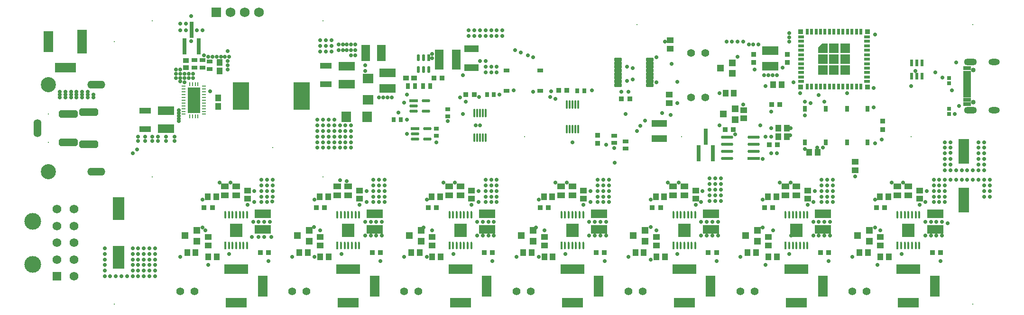
<source format=gts>
G04*
G04 #@! TF.GenerationSoftware,Altium Limited,Altium Designer,24.5.2 (23)*
G04*
G04 Layer_Color=8388736*
%FSLAX44Y44*%
%MOMM*%
G71*
G04*
G04 #@! TF.SameCoordinates,18AD1EF8-D4E3-4D70-9127-A8B2740D653E*
G04*
G04*
G04 #@! TF.FilePolarity,Negative*
G04*
G01*
G75*
%ADD21R,2.0500X1.1000*%
%ADD22R,1.0121X1.2000*%
G04:AMPARAMS|DCode=24|XSize=1.45mm|YSize=0.3mm|CornerRadius=0.0495mm|HoleSize=0mm|Usage=FLASHONLY|Rotation=90.000|XOffset=0mm|YOffset=0mm|HoleType=Round|Shape=RoundedRectangle|*
%AMROUNDEDRECTD24*
21,1,1.4500,0.2010,0,0,90.0*
21,1,1.3510,0.3000,0,0,90.0*
1,1,0.0990,0.1005,0.6755*
1,1,0.0990,0.1005,-0.6755*
1,1,0.0990,-0.1005,-0.6755*
1,1,0.0990,-0.1005,0.6755*
%
%ADD24ROUNDEDRECTD24*%
%ADD25R,0.8121X0.7581*%
%ADD27R,0.6500X3.0000*%
%ADD28R,0.9581X0.9121*%
G04:AMPARAMS|DCode=30|XSize=2.1692mm|YSize=0.5821mm|CornerRadius=0.2911mm|HoleSize=0mm|Usage=FLASHONLY|Rotation=180.000|XOffset=0mm|YOffset=0mm|HoleType=Round|Shape=RoundedRectangle|*
%AMROUNDEDRECTD30*
21,1,2.1692,0.0000,0,0,180.0*
21,1,1.5870,0.5821,0,0,180.0*
1,1,0.5821,-0.7935,0.0000*
1,1,0.5821,0.7935,0.0000*
1,1,0.5821,0.7935,0.0000*
1,1,0.5821,-0.7935,0.0000*
%
%ADD30ROUNDEDRECTD30*%
%ADD31R,2.1692X0.5821*%
%ADD32R,0.7581X0.8121*%
G04:AMPARAMS|DCode=33|XSize=1.5052mm|YSize=0.5721mm|CornerRadius=0.2861mm|HoleSize=0mm|Usage=FLASHONLY|Rotation=0.000|XOffset=0mm|YOffset=0mm|HoleType=Round|Shape=RoundedRectangle|*
%AMROUNDEDRECTD33*
21,1,1.5052,0.0000,0,0,0.0*
21,1,0.9331,0.5721,0,0,0.0*
1,1,0.5721,0.4666,0.0000*
1,1,0.5721,-0.4666,0.0000*
1,1,0.5721,-0.4666,0.0000*
1,1,0.5721,0.4666,0.0000*
%
%ADD33ROUNDEDRECTD33*%
%ADD34R,1.5052X0.5721*%
%ADD36R,1.9000X4.4000*%
%ADD38R,1.0065X0.9582*%
G04:AMPARAMS|DCode=40|XSize=1.2544mm|YSize=0.5321mm|CornerRadius=0.2661mm|HoleSize=0mm|Usage=FLASHONLY|Rotation=270.000|XOffset=0mm|YOffset=0mm|HoleType=Round|Shape=RoundedRectangle|*
%AMROUNDEDRECTD40*
21,1,1.2544,0.0000,0,0,270.0*
21,1,0.7223,0.5321,0,0,270.0*
1,1,0.5321,0.0000,-0.3611*
1,1,0.5321,0.0000,0.3611*
1,1,0.5321,0.0000,0.3611*
1,1,0.5321,0.0000,-0.3611*
%
%ADD40ROUNDEDRECTD40*%
%ADD41R,0.5321X1.2544*%
%ADD42R,1.5000X3.6000*%
%ADD43R,0.6000X1.2000*%
%ADD44R,2.9450X4.9500*%
G04:AMPARAMS|DCode=45|XSize=0.75mm|YSize=0.25mm|CornerRadius=0.05mm|HoleSize=0mm|Usage=FLASHONLY|Rotation=180.000|XOffset=0mm|YOffset=0mm|HoleType=Round|Shape=RoundedRectangle|*
%AMROUNDEDRECTD45*
21,1,0.7500,0.1500,0,0,180.0*
21,1,0.6500,0.2500,0,0,180.0*
1,1,0.1000,-0.3250,0.0750*
1,1,0.1000,0.3250,0.0750*
1,1,0.1000,0.3250,-0.0750*
1,1,0.1000,-0.3250,-0.0750*
%
%ADD45ROUNDEDRECTD45*%
G04:AMPARAMS|DCode=46|XSize=0.25mm|YSize=0.6mm|CornerRadius=0.05mm|HoleSize=0mm|Usage=FLASHONLY|Rotation=180.000|XOffset=0mm|YOffset=0mm|HoleType=Round|Shape=RoundedRectangle|*
%AMROUNDEDRECTD46*
21,1,0.2500,0.5000,0,0,180.0*
21,1,0.1500,0.6000,0,0,180.0*
1,1,0.1000,-0.0750,0.2500*
1,1,0.1000,0.0750,0.2500*
1,1,0.1000,0.0750,-0.2500*
1,1,0.1000,-0.0750,-0.2500*
%
%ADD46ROUNDEDRECTD46*%
%ADD47R,0.3408X1.3554*%
G04:AMPARAMS|DCode=48|XSize=1.3554mm|YSize=0.3408mm|CornerRadius=0.1704mm|HoleSize=0mm|Usage=FLASHONLY|Rotation=90.000|XOffset=0mm|YOffset=0mm|HoleType=Round|Shape=RoundedRectangle|*
%AMROUNDEDRECTD48*
21,1,1.3554,0.0000,0,0,90.0*
21,1,1.0147,0.3408,0,0,90.0*
1,1,0.3408,0.0000,0.5073*
1,1,0.3408,0.0000,-0.5073*
1,1,0.3408,0.0000,-0.5073*
1,1,0.3408,0.0000,0.5073*
%
%ADD48ROUNDEDRECTD48*%
%ADD50R,2.5000X1.2500*%
%ADD51R,1.0000X0.7000*%
%ADD52R,0.7000X1.0000*%
%ADD53R,0.9121X0.9581*%
%ADD60R,0.6725X0.7154*%
%ADD61R,2.0000X4.1000*%
%ADD69R,1.2032X1.0032*%
%ADD70R,3.0032X1.5532*%
%ADD71R,2.8032X1.2532*%
%ADD72R,1.0532X0.9032*%
%ADD73R,2.9032X1.5032*%
%ADD74R,0.8032X1.0032*%
G04:AMPARAMS|DCode=75|XSize=2.2mm|YSize=4.6mm|CornerRadius=0.055mm|HoleSize=0mm|Usage=FLASHONLY|Rotation=180.000|XOffset=0mm|YOffset=0mm|HoleType=Round|Shape=RoundedRectangle|*
%AMROUNDEDRECTD75*
21,1,2.2000,4.4900,0,0,180.0*
21,1,2.0900,4.6000,0,0,180.0*
1,1,0.1100,-1.0450,2.2450*
1,1,0.1100,1.0450,2.2450*
1,1,0.1100,1.0450,-2.2450*
1,1,0.1100,-1.0450,-2.2450*
%
%ADD75ROUNDEDRECTD75*%
%ADD76R,2.3100X2.4600*%
%ADD77R,1.0032X0.8032*%
%ADD78R,1.0032X1.2032*%
%ADD79R,1.4532X1.0032*%
%ADD80R,1.2700X1.1684*%
G04:AMPARAMS|DCode=81|XSize=0.6032mm|YSize=1.4032mm|CornerRadius=0.1516mm|HoleSize=0mm|Usage=FLASHONLY|Rotation=270.000|XOffset=0mm|YOffset=0mm|HoleType=Round|Shape=RoundedRectangle|*
%AMROUNDEDRECTD81*
21,1,0.6032,1.1000,0,0,270.0*
21,1,0.3000,1.4032,0,0,270.0*
1,1,0.3032,-0.5500,-0.1500*
1,1,0.3032,-0.5500,0.1500*
1,1,0.3032,0.5500,0.1500*
1,1,0.3032,0.5500,-0.1500*
%
%ADD81ROUNDEDRECTD81*%
%ADD82R,1.3432X0.8032*%
%ADD83R,1.3432X0.5032*%
%ADD84R,1.8796X1.7272*%
%ADD85R,1.7272X1.8796*%
%ADD86R,1.5032X2.9032*%
%ADD87R,1.0032X0.6032*%
%ADD88R,0.6032X1.0032*%
%ADD89R,1.6532X1.6532*%
%ADD90R,0.9032X0.9032*%
%ADD91C,3.0000*%
%ADD92C,1.5700*%
%ADD93R,1.5700X1.5700*%
%ADD94O,3.2032X1.4032*%
%ADD95C,0.2032*%
%ADD96O,1.4032X3.2032*%
G04:AMPARAMS|DCode=97|XSize=1.4032mm|YSize=3.4032mm|CornerRadius=0mm|HoleSize=0mm|Usage=FLASHONLY|Rotation=90.000|XOffset=0mm|YOffset=0mm|HoleType=Round|Shape=Octagon|*
%AMOCTAGOND97*
4,1,8,-1.7016,-0.3508,-1.7016,0.3508,-1.3508,0.7016,1.3508,0.7016,1.7016,0.3508,1.7016,-0.3508,1.3508,-0.7016,-1.3508,-0.7016,-1.7016,-0.3508,0.0*
%
%ADD97OCTAGOND97*%

%ADD98C,2.7032*%
%ADD99C,1.7272*%
%ADD100R,1.7272X1.7272*%
%ADD101C,1.4224*%
%ADD102R,4.2032X1.7032*%
%ADD103R,3.7032X1.7032*%
%ADD104R,1.7032X3.7032*%
%ADD105O,2.3032X1.2532*%
%ADD106O,2.0032X1.1032*%
%ADD107C,0.8532*%
%ADD108R,1.7032X4.2032*%
%ADD109C,0.7032*%
%ADD110C,0.5000*%
G36*
X1440500Y500000D02*
X1424000D01*
Y509900D01*
X1430600Y516500D01*
X1440500D01*
Y500000D01*
D02*
G37*
D21*
X545000Y477000D02*
D03*
Y444000D02*
D03*
X222500Y363500D02*
D03*
Y396500D02*
D03*
D22*
X352500Y404189D02*
D03*
Y419000D02*
D03*
X355000Y467595D02*
D03*
Y482405D02*
D03*
D24*
X975000Y407000D02*
D03*
X980000D02*
D03*
X985000D02*
D03*
X990000D02*
D03*
X995000D02*
D03*
Y363000D02*
D03*
X990000D02*
D03*
X985000D02*
D03*
X980000D02*
D03*
X975000D02*
D03*
X810000Y392000D02*
D03*
X815000D02*
D03*
X820000D02*
D03*
X825000D02*
D03*
X830000D02*
D03*
Y348000D02*
D03*
X825000D02*
D03*
X820000D02*
D03*
X815000D02*
D03*
X810000D02*
D03*
D25*
X762500Y398770D02*
D03*
Y386230D02*
D03*
X742500Y351230D02*
D03*
Y363770D02*
D03*
D27*
X1222700Y350000D02*
D03*
X1235400Y320000D02*
D03*
X1210000D02*
D03*
X305536Y541509D02*
D03*
X318236Y511509D02*
D03*
X292836D02*
D03*
D28*
X1351275Y335706D02*
D03*
X1336735D02*
D03*
X752270Y455000D02*
D03*
X737730D02*
D03*
X342270Y222500D02*
D03*
X327730D02*
D03*
X427730Y142500D02*
D03*
X442270D02*
D03*
X1072730Y417500D02*
D03*
X1087270D02*
D03*
X1257730Y362500D02*
D03*
X1272270D02*
D03*
X960230Y432500D02*
D03*
X974770D02*
D03*
X795000Y425000D02*
D03*
X809540D02*
D03*
X1527730Y222500D02*
D03*
X1542270D02*
D03*
X1327730D02*
D03*
X1342270D02*
D03*
X1127730D02*
D03*
X1142270D02*
D03*
X927730D02*
D03*
X942270D02*
D03*
X727730D02*
D03*
X742270D02*
D03*
X842270Y142500D02*
D03*
X827730D02*
D03*
X527730Y222500D02*
D03*
X542270D02*
D03*
X1642270Y142500D02*
D03*
X1627730D02*
D03*
X1442270D02*
D03*
X1427730D02*
D03*
X1242270D02*
D03*
X1227730D02*
D03*
X1042270D02*
D03*
X1027730D02*
D03*
X642270D02*
D03*
X627730D02*
D03*
X1340793Y407581D02*
D03*
X1355333D02*
D03*
D30*
X1261364Y310950D02*
D03*
Y323650D02*
D03*
Y336350D02*
D03*
Y349050D02*
D03*
X1308636D02*
D03*
Y336350D02*
D03*
Y323650D02*
D03*
D31*
Y310950D02*
D03*
D32*
X678770Y380000D02*
D03*
X666230D02*
D03*
X1006270Y431509D02*
D03*
X993730D02*
D03*
X845000Y425000D02*
D03*
X832460D02*
D03*
D33*
X726005Y364500D02*
D03*
Y345500D02*
D03*
X703995D02*
D03*
Y355000D02*
D03*
X723505Y414500D02*
D03*
Y395500D02*
D03*
X701495D02*
D03*
Y405000D02*
D03*
D34*
X703995Y364500D02*
D03*
X701495Y414500D02*
D03*
D36*
X1683885Y236500D02*
D03*
Y323500D02*
D03*
D38*
X702259Y455000D02*
D03*
X687741D02*
D03*
D40*
X728785Y469828D02*
D03*
X719285D02*
D03*
X709785D02*
D03*
Y490834D02*
D03*
X719285D02*
D03*
D41*
X728785D02*
D03*
D42*
X747250Y487500D02*
D03*
X777750D02*
D03*
D43*
X1590500Y458500D02*
D03*
X1600000D02*
D03*
X1609500D02*
D03*
Y481500D02*
D03*
X1600000D02*
D03*
X1590500D02*
D03*
D44*
X501575Y422500D02*
D03*
X393425D02*
D03*
D45*
X327500Y390000D02*
D03*
Y395000D02*
D03*
Y400000D02*
D03*
Y405000D02*
D03*
Y410000D02*
D03*
Y415000D02*
D03*
Y420000D02*
D03*
Y425000D02*
D03*
Y430000D02*
D03*
Y435000D02*
D03*
Y440000D02*
D03*
X291000D02*
D03*
Y435000D02*
D03*
Y430000D02*
D03*
Y425000D02*
D03*
Y420000D02*
D03*
Y415000D02*
D03*
Y410000D02*
D03*
Y405000D02*
D03*
Y400000D02*
D03*
Y395000D02*
D03*
Y390000D02*
D03*
D46*
X316750Y444000D02*
D03*
X311750D02*
D03*
X306750D02*
D03*
X301750D02*
D03*
Y386000D02*
D03*
X306750D02*
D03*
X311750D02*
D03*
X316750D02*
D03*
D47*
X1565500Y154746D02*
D03*
X365500D02*
D03*
X1365500D02*
D03*
X1165500D02*
D03*
X965500D02*
D03*
X765500D02*
D03*
X565500D02*
D03*
D48*
X1572000D02*
D03*
X1578500D02*
D03*
X1585000D02*
D03*
X1591500D02*
D03*
X1598000D02*
D03*
X1604500D02*
D03*
Y210254D02*
D03*
X1598000D02*
D03*
X1591500D02*
D03*
X1585000D02*
D03*
X1578500D02*
D03*
X1572000D02*
D03*
X1565500D02*
D03*
X372000Y154746D02*
D03*
X378500D02*
D03*
X385000D02*
D03*
X391500D02*
D03*
X398000D02*
D03*
X404500D02*
D03*
Y210254D02*
D03*
X398000D02*
D03*
X391500D02*
D03*
X385000D02*
D03*
X378500D02*
D03*
X372000D02*
D03*
X365500D02*
D03*
X1365500D02*
D03*
X1372000D02*
D03*
X1378500D02*
D03*
X1385000D02*
D03*
X1391500D02*
D03*
X1398000D02*
D03*
X1404500D02*
D03*
Y154746D02*
D03*
X1398000D02*
D03*
X1391500D02*
D03*
X1385000D02*
D03*
X1378500D02*
D03*
X1372000D02*
D03*
X1165500Y210254D02*
D03*
X1172000D02*
D03*
X1178500D02*
D03*
X1185000D02*
D03*
X1191500D02*
D03*
X1198000D02*
D03*
X1204500D02*
D03*
Y154746D02*
D03*
X1198000D02*
D03*
X1191500D02*
D03*
X1185000D02*
D03*
X1178500D02*
D03*
X1172000D02*
D03*
X965500Y210254D02*
D03*
X972000D02*
D03*
X978500D02*
D03*
X985000D02*
D03*
X991500D02*
D03*
X998000D02*
D03*
X1004500D02*
D03*
Y154746D02*
D03*
X998000D02*
D03*
X991500D02*
D03*
X985000D02*
D03*
X978500D02*
D03*
X972000D02*
D03*
X765500Y210254D02*
D03*
X772000D02*
D03*
X778500D02*
D03*
X785000D02*
D03*
X791500D02*
D03*
X798000D02*
D03*
X804500D02*
D03*
Y154746D02*
D03*
X798000D02*
D03*
X791500D02*
D03*
X785000D02*
D03*
X778500D02*
D03*
X772000D02*
D03*
X565500Y210254D02*
D03*
X572000D02*
D03*
X578500D02*
D03*
X585000D02*
D03*
X591500D02*
D03*
X598000D02*
D03*
X604500D02*
D03*
Y154746D02*
D03*
X598000D02*
D03*
X591500D02*
D03*
X585000D02*
D03*
X578500D02*
D03*
X572000D02*
D03*
D50*
X805000Y473000D02*
D03*
Y507000D02*
D03*
D51*
X867500Y468500D02*
D03*
X927500D02*
D03*
X867500Y431500D02*
D03*
X927500D02*
D03*
D52*
X1512000Y400000D02*
D03*
Y340000D02*
D03*
X1475000Y400000D02*
D03*
Y340000D02*
D03*
X1437000Y400000D02*
D03*
Y340000D02*
D03*
X1400000Y400000D02*
D03*
Y340000D02*
D03*
D53*
X1538500Y377270D02*
D03*
Y362730D02*
D03*
X1368500Y497270D02*
D03*
Y482730D02*
D03*
X1308500Y497270D02*
D03*
Y482730D02*
D03*
X1030000Y337730D02*
D03*
Y352270D02*
D03*
D60*
X1657500Y445429D02*
D03*
Y455000D02*
D03*
Y400000D02*
D03*
Y390429D02*
D03*
D61*
X175000Y134000D02*
D03*
Y221000D02*
D03*
D69*
X1290793Y397581D02*
D03*
Y382581D02*
D03*
X405000Y253500D02*
D03*
Y238500D02*
D03*
X335000Y155000D02*
D03*
Y170000D02*
D03*
X1605000Y238500D02*
D03*
Y253500D02*
D03*
X1405000Y238500D02*
D03*
Y253500D02*
D03*
X1205000Y238500D02*
D03*
Y253500D02*
D03*
X1005000Y238500D02*
D03*
Y253500D02*
D03*
X805000Y238500D02*
D03*
Y253500D02*
D03*
X605000Y238500D02*
D03*
Y253500D02*
D03*
X1535000Y170000D02*
D03*
Y155000D02*
D03*
X1335000Y170000D02*
D03*
Y155000D02*
D03*
X1135000Y170000D02*
D03*
Y155000D02*
D03*
X935000Y170000D02*
D03*
Y155000D02*
D03*
X735000Y170000D02*
D03*
Y155000D02*
D03*
X535000Y170000D02*
D03*
Y155000D02*
D03*
X1490000Y290000D02*
D03*
Y305000D02*
D03*
X1157500Y410000D02*
D03*
Y425000D02*
D03*
X1160000Y507500D02*
D03*
Y522500D02*
D03*
D70*
X260000Y396000D02*
D03*
Y364000D02*
D03*
X582500Y476000D02*
D03*
Y444000D02*
D03*
D71*
X1140000Y346750D02*
D03*
Y373250D02*
D03*
D72*
X295000Y486250D02*
D03*
Y473750D02*
D03*
D73*
X655000Y436000D02*
D03*
Y464000D02*
D03*
X1338500Y476000D02*
D03*
Y504000D02*
D03*
X432500Y183500D02*
D03*
Y211500D02*
D03*
X1632500D02*
D03*
Y183500D02*
D03*
X1432500Y211500D02*
D03*
Y183500D02*
D03*
X1232500Y211500D02*
D03*
Y183500D02*
D03*
X1032500Y211500D02*
D03*
Y183500D02*
D03*
X832500Y211500D02*
D03*
Y183500D02*
D03*
X632500Y211500D02*
D03*
Y183500D02*
D03*
D74*
X718500Y440000D02*
D03*
X731500D02*
D03*
X691000D02*
D03*
X704000D02*
D03*
D75*
X309250Y415000D02*
D03*
D76*
X1585000Y182500D02*
D03*
X385000D02*
D03*
X1385000D02*
D03*
X1185000D02*
D03*
X985000D02*
D03*
X785000D02*
D03*
X585000D02*
D03*
D77*
X337500Y471000D02*
D03*
Y484000D02*
D03*
X310000Y486500D02*
D03*
Y473500D02*
D03*
X1060000Y351500D02*
D03*
Y338500D02*
D03*
X325000Y473500D02*
D03*
Y486500D02*
D03*
X1080000Y341500D02*
D03*
Y328500D02*
D03*
D78*
X1358293Y442580D02*
D03*
X1343293D02*
D03*
X1423098Y321535D02*
D03*
X1408098D02*
D03*
X312500Y142500D02*
D03*
X297500D02*
D03*
X349000Y242500D02*
D03*
X334000D02*
D03*
X335000Y135000D02*
D03*
X350000D02*
D03*
X1534000Y242500D02*
D03*
X1549000D02*
D03*
X1334000D02*
D03*
X1349000D02*
D03*
X1134000D02*
D03*
X1149000D02*
D03*
X934000D02*
D03*
X949000D02*
D03*
X734000D02*
D03*
X749000D02*
D03*
X534000D02*
D03*
X549000D02*
D03*
X1550000Y135000D02*
D03*
X1535000D02*
D03*
X1350000D02*
D03*
X1335000D02*
D03*
X1150000D02*
D03*
X1135000D02*
D03*
X950000D02*
D03*
X935000D02*
D03*
X750000D02*
D03*
X735000D02*
D03*
X550000D02*
D03*
X535000D02*
D03*
X1352500Y365000D02*
D03*
X1367500D02*
D03*
X1352500Y350000D02*
D03*
X1367500D02*
D03*
X1497500Y142500D02*
D03*
X1512500D02*
D03*
X1297500D02*
D03*
X1312500D02*
D03*
X1097500D02*
D03*
X1112500D02*
D03*
X897500D02*
D03*
X912500D02*
D03*
X697500D02*
D03*
X712500D02*
D03*
X497500D02*
D03*
X512500D02*
D03*
X1273293Y427581D02*
D03*
X1258293D02*
D03*
D79*
X365000Y244500D02*
D03*
Y260500D02*
D03*
X385000Y244500D02*
D03*
Y260500D02*
D03*
X1585000D02*
D03*
Y244500D02*
D03*
X1565000Y260500D02*
D03*
Y244500D02*
D03*
X1385000Y260500D02*
D03*
Y244500D02*
D03*
X1365000Y260500D02*
D03*
Y244500D02*
D03*
X1185000Y260500D02*
D03*
Y244500D02*
D03*
X1165000Y260500D02*
D03*
Y244500D02*
D03*
X985000Y260500D02*
D03*
Y244500D02*
D03*
X965000Y260500D02*
D03*
Y244500D02*
D03*
X785000Y260500D02*
D03*
Y244500D02*
D03*
X765000Y260500D02*
D03*
Y244500D02*
D03*
X585000Y260500D02*
D03*
Y244500D02*
D03*
X565000Y260500D02*
D03*
Y244500D02*
D03*
D80*
X293824Y172500D02*
D03*
X315000Y182152D02*
D03*
Y163000D02*
D03*
X1515000D02*
D03*
Y182152D02*
D03*
X1493824Y172500D02*
D03*
X1315000Y163000D02*
D03*
Y182152D02*
D03*
X1293824Y172500D02*
D03*
X1115000Y163000D02*
D03*
Y182152D02*
D03*
X1093824Y172500D02*
D03*
X915000Y163000D02*
D03*
Y182152D02*
D03*
X893824Y172500D02*
D03*
X715000Y163000D02*
D03*
Y182152D02*
D03*
X693824Y172500D02*
D03*
X515000Y163000D02*
D03*
Y182152D02*
D03*
X493824Y172500D02*
D03*
X1275793Y380580D02*
D03*
Y399733D02*
D03*
X1254617Y390081D02*
D03*
X1270793Y463081D02*
D03*
Y482233D02*
D03*
X1249617Y472581D02*
D03*
D81*
X1066500Y487750D02*
D03*
Y481250D02*
D03*
Y474750D02*
D03*
Y468250D02*
D03*
Y461750D02*
D03*
Y455250D02*
D03*
Y448750D02*
D03*
Y442250D02*
D03*
X1123500Y487750D02*
D03*
Y481250D02*
D03*
Y474750D02*
D03*
Y468250D02*
D03*
Y461750D02*
D03*
Y455250D02*
D03*
Y448750D02*
D03*
Y442250D02*
D03*
D82*
X1690000Y408214D02*
D03*
Y416214D02*
D03*
Y464214D02*
D03*
Y472214D02*
D03*
D83*
Y422714D02*
D03*
Y427714D02*
D03*
Y432714D02*
D03*
Y437714D02*
D03*
Y442714D02*
D03*
Y447714D02*
D03*
Y452714D02*
D03*
Y457714D02*
D03*
D84*
X620000Y416204D02*
D03*
Y453796D02*
D03*
D85*
X618796Y385000D02*
D03*
X581204D02*
D03*
D86*
X644000Y500000D02*
D03*
X616000D02*
D03*
D87*
X1393000Y528500D02*
D03*
Y520500D02*
D03*
Y512500D02*
D03*
Y504500D02*
D03*
Y496500D02*
D03*
Y488500D02*
D03*
Y480500D02*
D03*
Y472500D02*
D03*
Y464500D02*
D03*
Y456500D02*
D03*
Y448500D02*
D03*
X1511000D02*
D03*
Y456500D02*
D03*
Y464500D02*
D03*
Y472500D02*
D03*
Y480500D02*
D03*
Y488500D02*
D03*
Y496500D02*
D03*
Y504500D02*
D03*
Y512500D02*
D03*
Y520500D02*
D03*
Y528500D02*
D03*
D88*
X1404000Y439500D02*
D03*
X1412000D02*
D03*
X1420000D02*
D03*
X1428000D02*
D03*
X1436000D02*
D03*
X1444000D02*
D03*
X1452000D02*
D03*
X1460000D02*
D03*
X1468000D02*
D03*
X1476000D02*
D03*
X1484000D02*
D03*
X1492000D02*
D03*
X1500000D02*
D03*
Y537500D02*
D03*
X1492000D02*
D03*
X1484000D02*
D03*
X1476000D02*
D03*
X1468000D02*
D03*
X1460000D02*
D03*
X1452000D02*
D03*
X1444000D02*
D03*
X1436000D02*
D03*
X1428000D02*
D03*
X1420000D02*
D03*
X1412000D02*
D03*
X1404000D02*
D03*
D89*
X1452000Y488500D02*
D03*
X1471750Y508250D02*
D03*
X1452000D02*
D03*
X1432250Y488500D02*
D03*
Y468750D02*
D03*
X1452000D02*
D03*
X1471750D02*
D03*
Y488500D02*
D03*
D90*
X1392500Y538000D02*
D03*
Y439000D02*
D03*
X1511500D02*
D03*
Y538000D02*
D03*
D91*
X21800Y121500D02*
D03*
Y198500D02*
D03*
D92*
X95000Y220000D02*
D03*
Y190000D02*
D03*
Y160000D02*
D03*
Y130000D02*
D03*
Y100000D02*
D03*
X65000Y220000D02*
D03*
Y190000D02*
D03*
Y160000D02*
D03*
Y130000D02*
D03*
D93*
Y100000D02*
D03*
D94*
X135000Y443000D02*
D03*
Y287000D02*
D03*
D95*
X50000Y390000D02*
D03*
Y340000D02*
D03*
X235200Y277500D02*
D03*
X540000D02*
D03*
Y556900D02*
D03*
X235200D02*
D03*
X1100000Y550000D02*
D03*
X1700000D02*
D03*
X1590000Y350000D02*
D03*
X167500Y50000D02*
D03*
Y520000D02*
D03*
X450000Y330000D02*
D03*
X900000Y350000D02*
D03*
X1180000D02*
D03*
X1700000Y50000D02*
D03*
D96*
X30000Y365000D02*
D03*
D97*
X85000Y340000D02*
D03*
Y390000D02*
D03*
X121500Y336000D02*
D03*
Y394000D02*
D03*
D98*
X50000Y443000D02*
D03*
Y287000D02*
D03*
D99*
X425700Y572140D02*
D03*
X400300D02*
D03*
X374900D02*
D03*
D100*
X349500D02*
D03*
D101*
X285000Y72500D02*
D03*
X310400D02*
D03*
X1222400Y500000D02*
D03*
X1197000D02*
D03*
X510400Y72500D02*
D03*
X485000D02*
D03*
X1510400D02*
D03*
X1485000D02*
D03*
X1310400D02*
D03*
X1285000D02*
D03*
X1110400D02*
D03*
X1085000D02*
D03*
X910400D02*
D03*
X885000D02*
D03*
X710400D02*
D03*
X685000D02*
D03*
X1222400Y420000D02*
D03*
X1197000D02*
D03*
D102*
X385000Y112500D02*
D03*
X1585000D02*
D03*
X1385000D02*
D03*
X1185000D02*
D03*
X985000D02*
D03*
X785000D02*
D03*
X585000D02*
D03*
D103*
X385000Y52500D02*
D03*
X1585000D02*
D03*
X1385000D02*
D03*
X1185000D02*
D03*
X985000D02*
D03*
X785000D02*
D03*
X585000D02*
D03*
X80000Y473000D02*
D03*
D104*
X432000Y82500D02*
D03*
X1632000D02*
D03*
X1432000D02*
D03*
X1232000D02*
D03*
X1032000D02*
D03*
X832000D02*
D03*
X632000D02*
D03*
X50000Y520000D02*
D03*
D105*
X1695700Y397014D02*
D03*
Y483414D02*
D03*
D106*
X1737500Y397014D02*
D03*
Y483414D02*
D03*
D107*
X1700700Y469114D02*
D03*
Y411314D02*
D03*
D108*
X110000Y520000D02*
D03*
D109*
X850000Y465000D02*
D03*
X795000Y412500D02*
D03*
X570330Y272170D02*
D03*
X674670Y392830D02*
D03*
X662500Y420000D02*
D03*
X640000D02*
D03*
X647500D02*
D03*
X567500Y505000D02*
D03*
X575000D02*
D03*
X582500D02*
D03*
X567500Y515000D02*
D03*
X575000D02*
D03*
X582500D02*
D03*
X210000Y342500D02*
D03*
X222500D02*
D03*
X235000D02*
D03*
X275000D02*
D03*
X260000D02*
D03*
X245000D02*
D03*
X1380000Y446770D02*
D03*
X338515Y430908D02*
D03*
X1320730Y369798D02*
D03*
X1247500Y370000D02*
D03*
X1275433Y353869D02*
D03*
X1135144Y182356D02*
D03*
X1124484Y188016D02*
D03*
X1343270Y182500D02*
D03*
X955000Y417500D02*
D03*
X525000Y236730D02*
D03*
X1597500Y467500D02*
D03*
X1115000Y378270D02*
D03*
X719230Y187500D02*
D03*
X524119Y187651D02*
D03*
X535016Y182491D02*
D03*
X1082971Y449319D02*
D03*
X1290000Y407500D02*
D03*
X1330000Y350000D02*
D03*
X1475000Y427500D02*
D03*
X1523016Y436984D02*
D03*
X1360000Y473270D02*
D03*
X1373902Y352157D02*
D03*
X1424464Y424464D02*
D03*
X1400000Y412500D02*
D03*
X1340056Y395040D02*
D03*
X1410000Y410000D02*
D03*
X1392014Y428005D02*
D03*
X1172500Y410000D02*
D03*
X1145000Y392500D02*
D03*
X1080431Y390601D02*
D03*
X905488Y495734D02*
D03*
X892500Y500870D02*
D03*
X684631Y410310D02*
D03*
X945770Y420770D02*
D03*
X818831D02*
D03*
X855040Y425310D02*
D03*
X1135000Y491730D02*
D03*
X915000D02*
D03*
X282531Y382339D02*
D03*
X260000Y350000D02*
D03*
X275000D02*
D03*
X222500D02*
D03*
X210000D02*
D03*
X1160209Y388303D02*
D03*
X790000Y390000D02*
D03*
X1350000Y320000D02*
D03*
X1340000D02*
D03*
X742500Y340000D02*
D03*
X762500Y377500D02*
D03*
X690000Y355000D02*
D03*
X245000Y350000D02*
D03*
X235000D02*
D03*
X655000Y420000D02*
D03*
X615000Y467500D02*
D03*
X1655000Y195000D02*
D03*
X285222Y448779D02*
D03*
X1060310Y303051D02*
D03*
X282500Y392500D02*
D03*
X1342500Y459960D02*
D03*
X1350000D02*
D03*
X1310000Y470000D02*
D03*
X1317500Y515000D02*
D03*
X1307750Y515000D02*
D03*
X1300000Y515000D02*
D03*
X1720000Y242500D02*
D03*
Y252500D02*
D03*
Y262500D02*
D03*
X1730000Y242500D02*
D03*
Y252500D02*
D03*
Y262500D02*
D03*
Y272500D02*
D03*
X1720000D02*
D03*
X1710000D02*
D03*
X1700000D02*
D03*
X1690000D02*
D03*
X1680000D02*
D03*
X1670000D02*
D03*
X1660000D02*
D03*
X1720000Y340000D02*
D03*
Y330000D02*
D03*
Y320000D02*
D03*
Y310000D02*
D03*
Y300000D02*
D03*
Y290000D02*
D03*
X1650000D02*
D03*
Y300000D02*
D03*
Y310000D02*
D03*
Y320000D02*
D03*
Y330000D02*
D03*
Y340000D02*
D03*
X1630000Y272500D02*
D03*
X1555000Y267500D02*
D03*
X370000Y477500D02*
D03*
X1082500Y475000D02*
D03*
X1092500Y472500D02*
D03*
X1327500Y460000D02*
D03*
X1335000D02*
D03*
X590000Y370000D02*
D03*
Y360000D02*
D03*
Y350000D02*
D03*
Y340000D02*
D03*
Y330000D02*
D03*
X580000D02*
D03*
Y340000D02*
D03*
Y350000D02*
D03*
Y360000D02*
D03*
Y370000D02*
D03*
X735000Y497500D02*
D03*
X590000Y495000D02*
D03*
Y505000D02*
D03*
Y515000D02*
D03*
X615000Y477500D02*
D03*
X597500Y495000D02*
D03*
Y505000D02*
D03*
Y515000D02*
D03*
X545000Y502500D02*
D03*
Y512500D02*
D03*
X285000Y470000D02*
D03*
X277500D02*
D03*
Y455000D02*
D03*
Y462500D02*
D03*
X285000Y455000D02*
D03*
Y462500D02*
D03*
X292500D02*
D03*
X282500Y377500D02*
D03*
X282344Y387240D02*
D03*
X282500Y397500D02*
D03*
X130000Y420000D02*
D03*
Y425000D02*
D03*
X120000Y420000D02*
D03*
Y425000D02*
D03*
Y430000D02*
D03*
X110000Y420000D02*
D03*
Y425000D02*
D03*
Y430000D02*
D03*
X100000Y420000D02*
D03*
Y425000D02*
D03*
Y430000D02*
D03*
X90000Y420000D02*
D03*
Y425000D02*
D03*
Y430000D02*
D03*
X80000Y420000D02*
D03*
Y425000D02*
D03*
Y430000D02*
D03*
X70000Y420000D02*
D03*
Y425000D02*
D03*
Y430000D02*
D03*
X327500Y495000D02*
D03*
X370000Y502590D02*
D03*
X735000Y490000D02*
D03*
X545000Y522500D02*
D03*
X555000D02*
D03*
X535000D02*
D03*
Y502500D02*
D03*
Y512500D02*
D03*
X555000Y502500D02*
D03*
Y512500D02*
D03*
X304904Y565541D02*
D03*
Y520541D02*
D03*
X314904Y540541D02*
D03*
X294904D02*
D03*
X207662Y327175D02*
D03*
X200000Y320000D02*
D03*
X690000Y380000D02*
D03*
X784656Y420344D02*
D03*
X790000Y460120D02*
D03*
X840000Y475000D02*
D03*
X830000D02*
D03*
X840000Y465000D02*
D03*
X860000Y540000D02*
D03*
X850000D02*
D03*
X840000D02*
D03*
X830000D02*
D03*
X820000D02*
D03*
X810000D02*
D03*
X800000D02*
D03*
X850000Y475000D02*
D03*
X840000Y530000D02*
D03*
X830000D02*
D03*
X860000D02*
D03*
X850000D02*
D03*
X800000D02*
D03*
X810000D02*
D03*
X820000D02*
D03*
X830000Y465000D02*
D03*
X820000Y485000D02*
D03*
X690000Y425000D02*
D03*
X1662500Y432500D02*
D03*
X1645457Y455417D02*
D03*
X1667500Y390000D02*
D03*
X1632500Y465000D02*
D03*
X1590000Y440000D02*
D03*
X1670000Y482500D02*
D03*
X1710000Y340000D02*
D03*
Y330000D02*
D03*
Y320000D02*
D03*
Y310000D02*
D03*
Y300000D02*
D03*
Y290000D02*
D03*
X1700000D02*
D03*
X1690000D02*
D03*
X1680000D02*
D03*
X1670000D02*
D03*
X1660000D02*
D03*
Y300000D02*
D03*
Y310000D02*
D03*
X1660359Y320667D02*
D03*
X1660000Y340000D02*
D03*
X570000Y330000D02*
D03*
Y340000D02*
D03*
Y350000D02*
D03*
Y360000D02*
D03*
Y370000D02*
D03*
X560000Y330000D02*
D03*
Y340000D02*
D03*
Y350000D02*
D03*
Y360000D02*
D03*
Y370000D02*
D03*
Y380000D02*
D03*
X550000Y330000D02*
D03*
Y340000D02*
D03*
Y350000D02*
D03*
Y360000D02*
D03*
Y370000D02*
D03*
Y380000D02*
D03*
X540000Y350000D02*
D03*
Y330000D02*
D03*
Y340000D02*
D03*
Y360000D02*
D03*
Y370000D02*
D03*
Y380000D02*
D03*
X530000Y330000D02*
D03*
Y340000D02*
D03*
Y350000D02*
D03*
Y360000D02*
D03*
Y370000D02*
D03*
Y380000D02*
D03*
X1092500Y452500D02*
D03*
X1085000Y430000D02*
D03*
X947500Y430991D02*
D03*
X880000Y432500D02*
D03*
X915000Y430000D02*
D03*
X1020000Y432540D02*
D03*
X1072500Y430000D02*
D03*
X325000Y540000D02*
D03*
X372500Y492500D02*
D03*
X365000D02*
D03*
X357500D02*
D03*
X350000D02*
D03*
X342500D02*
D03*
X335000D02*
D03*
X370000Y485000D02*
D03*
Y470000D02*
D03*
X292500Y447500D02*
D03*
X300000Y462500D02*
D03*
X307500D02*
D03*
Y455000D02*
D03*
X300000D02*
D03*
X292500D02*
D03*
X830000Y485000D02*
D03*
X919960Y187500D02*
D03*
X850000Y272500D02*
D03*
Y252500D02*
D03*
X840000Y262500D02*
D03*
X830000Y272500D02*
D03*
X840000Y242500D02*
D03*
X850000Y232500D02*
D03*
Y242500D02*
D03*
X830000Y262500D02*
D03*
X840000Y252500D02*
D03*
X830000D02*
D03*
Y232500D02*
D03*
X817500D02*
D03*
X845000Y197500D02*
D03*
X835000D02*
D03*
X805000Y227500D02*
D03*
X812540Y370000D02*
D03*
X817500Y252500D02*
D03*
X820000Y370000D02*
D03*
X830000Y242500D02*
D03*
X882500Y505000D02*
D03*
X582500Y270000D02*
D03*
X1106313Y369028D02*
D03*
X1100000Y360000D02*
D03*
X985000Y340000D02*
D03*
X1045000Y335000D02*
D03*
X1059954Y329672D02*
D03*
X1372500Y520000D02*
D03*
Y527500D02*
D03*
X1280000Y492500D02*
D03*
X1150000Y520000D02*
D03*
X840000Y272500D02*
D03*
Y232500D02*
D03*
X850000Y262500D02*
D03*
X425000Y170000D02*
D03*
X392500Y175000D02*
D03*
X329960Y182500D02*
D03*
X355000Y267500D02*
D03*
X375000D02*
D03*
X430000Y272500D02*
D03*
X450000Y262500D02*
D03*
X377500Y182500D02*
D03*
Y190000D02*
D03*
X440000Y252500D02*
D03*
X430000Y242500D02*
D03*
X417500Y252500D02*
D03*
X430000Y262500D02*
D03*
X440000Y272500D02*
D03*
X430000Y252500D02*
D03*
X417500Y232500D02*
D03*
X440000Y262500D02*
D03*
X450000Y272500D02*
D03*
X405000Y227500D02*
D03*
X415000Y197500D02*
D03*
X440000Y232500D02*
D03*
X392500Y182500D02*
D03*
X450000Y242500D02*
D03*
X448936Y233564D02*
D03*
X425000Y197500D02*
D03*
X435000Y197500D02*
D03*
X412500Y170000D02*
D03*
X445000Y197500D02*
D03*
X1450000Y272500D02*
D03*
X1422500Y330000D02*
D03*
X1432500D02*
D03*
X1660000D02*
D03*
X1162500Y480000D02*
D03*
X1247500Y427460D02*
D03*
X1522500Y402500D02*
D03*
X1435000Y412500D02*
D03*
X1400000Y327500D02*
D03*
X1375000Y365000D02*
D03*
X1400000Y387500D02*
D03*
X325000Y187500D02*
D03*
Y237500D02*
D03*
X440000Y242500D02*
D03*
X450000Y252500D02*
D03*
X335000Y120000D02*
D03*
X442500Y127500D02*
D03*
X285000Y135000D02*
D03*
X372500Y140000D02*
D03*
X447314Y170186D02*
D03*
X435000Y170000D02*
D03*
X377500Y175000D02*
D03*
X385000Y182500D02*
D03*
X392500Y190000D02*
D03*
X430000Y232500D02*
D03*
X1135000Y447500D02*
D03*
X1172500Y448055D02*
D03*
X1330000Y440000D02*
D03*
X1489919Y278293D02*
D03*
X1675000Y405000D02*
D03*
X1325000Y310000D02*
D03*
X1340000Y350000D02*
D03*
X285000Y540000D02*
D03*
Y552500D02*
D03*
X295000D02*
D03*
X1324920Y237500D02*
D03*
Y187500D02*
D03*
X1250000Y275000D02*
D03*
X1240000D02*
D03*
X1250000Y265000D02*
D03*
X1240000D02*
D03*
X1250000Y255000D02*
D03*
X1230000Y275000D02*
D03*
X1250000Y245000D02*
D03*
X1230000Y265000D02*
D03*
X1240000Y255000D02*
D03*
X925000Y237500D02*
D03*
X1040000Y272500D02*
D03*
X1050000D02*
D03*
X1230000Y255000D02*
D03*
X1250000Y235000D02*
D03*
X1240000Y245000D02*
D03*
X1217500Y252500D02*
D03*
X1240000Y235000D02*
D03*
X1230000Y245000D02*
D03*
X1290000Y520000D02*
D03*
X1280000D02*
D03*
X1270000D02*
D03*
X1260000D02*
D03*
X1525000Y532500D02*
D03*
X1372500Y535000D02*
D03*
X1340000Y365000D02*
D03*
X1525000Y337500D02*
D03*
X1537500Y345000D02*
D03*
X1432250Y488500D02*
D03*
X190000Y100000D02*
D03*
X180000D02*
D03*
X170000D02*
D03*
X160000D02*
D03*
X150000D02*
D03*
Y110000D02*
D03*
Y120000D02*
D03*
Y130000D02*
D03*
Y140000D02*
D03*
Y150000D02*
D03*
X240000Y100000D02*
D03*
Y110000D02*
D03*
Y120000D02*
D03*
Y130000D02*
D03*
Y140000D02*
D03*
Y150000D02*
D03*
X230000D02*
D03*
Y140000D02*
D03*
Y130000D02*
D03*
Y120000D02*
D03*
Y110000D02*
D03*
Y100000D02*
D03*
X220000D02*
D03*
Y110000D02*
D03*
Y120000D02*
D03*
Y130000D02*
D03*
Y140000D02*
D03*
Y150000D02*
D03*
X210000Y100000D02*
D03*
Y110000D02*
D03*
Y120000D02*
D03*
Y130000D02*
D03*
Y140000D02*
D03*
Y150000D02*
D03*
X200000Y100000D02*
D03*
Y110000D02*
D03*
Y120000D02*
D03*
Y130000D02*
D03*
Y140000D02*
D03*
Y150000D02*
D03*
X1432250Y508250D02*
D03*
X1471750Y468750D02*
D03*
X1452000D02*
D03*
X1432250D02*
D03*
X1452000Y508250D02*
D03*
X1471750D02*
D03*
Y488500D02*
D03*
X1452000D02*
D03*
X1530000Y120000D02*
D03*
X1378564Y183564D02*
D03*
X1375186Y172686D02*
D03*
X1485000Y135000D02*
D03*
X1330000Y120000D02*
D03*
X1125000Y130000D02*
D03*
X925000Y135000D02*
D03*
X725000D02*
D03*
X525000D02*
D03*
X1615000Y172500D02*
D03*
X1630000Y242500D02*
D03*
X1640000Y262500D02*
D03*
X1630000D02*
D03*
X1615000Y197500D02*
D03*
X1645000D02*
D03*
X1640000Y232500D02*
D03*
X1615000D02*
D03*
X1605000Y227500D02*
D03*
X1650000Y272500D02*
D03*
X1640000D02*
D03*
X1625000Y197500D02*
D03*
X1635000D02*
D03*
X1625000Y172500D02*
D03*
X1635000D02*
D03*
X1642500Y127500D02*
D03*
X1525000Y237500D02*
D03*
Y187500D02*
D03*
X1535000Y182500D02*
D03*
X1617500Y252500D02*
D03*
X1575000Y267500D02*
D03*
X1592500Y182500D02*
D03*
Y190000D02*
D03*
Y175000D02*
D03*
X1577500Y190000D02*
D03*
X1585000Y182500D02*
D03*
X1577500D02*
D03*
Y175000D02*
D03*
X1572500Y140000D02*
D03*
X1205000Y227500D02*
D03*
X1245000Y172500D02*
D03*
X1225000Y197500D02*
D03*
X1235000D02*
D03*
Y172500D02*
D03*
X1225000D02*
D03*
X1242500Y127500D02*
D03*
X1125000Y237500D02*
D03*
X1175000Y267500D02*
D03*
X1155000D02*
D03*
X1085000Y135000D02*
D03*
X1192500Y182500D02*
D03*
Y175000D02*
D03*
Y190000D02*
D03*
X1177500D02*
D03*
X1185000Y182500D02*
D03*
X1177500D02*
D03*
Y175000D02*
D03*
X1172500Y140000D02*
D03*
X1440000Y242500D02*
D03*
X1430000Y252500D02*
D03*
Y262500D02*
D03*
X1445000Y197500D02*
D03*
X1430000Y232500D02*
D03*
X1415000D02*
D03*
X1405000Y227500D02*
D03*
X1450000Y242500D02*
D03*
Y252500D02*
D03*
Y262500D02*
D03*
X1440000Y272500D02*
D03*
X1430000D02*
D03*
X1425000Y197500D02*
D03*
X1435000D02*
D03*
Y172500D02*
D03*
X1425000D02*
D03*
X1442500Y127500D02*
D03*
X1417500Y252500D02*
D03*
X1375000Y267500D02*
D03*
X1355000D02*
D03*
X1285000Y135000D02*
D03*
X1392500Y182500D02*
D03*
Y175000D02*
D03*
Y190000D02*
D03*
X1377500D02*
D03*
X1385000Y182500D02*
D03*
X1372500Y140000D02*
D03*
X1245000Y197500D02*
D03*
X1230000Y235000D02*
D03*
X1215000Y232500D02*
D03*
X1040000Y242500D02*
D03*
X1030000D02*
D03*
X1040000Y262500D02*
D03*
X1030000D02*
D03*
X1015000Y197500D02*
D03*
X1045000D02*
D03*
X1005000Y227500D02*
D03*
X1050000Y262500D02*
D03*
X1030000Y272500D02*
D03*
X1025000Y197500D02*
D03*
X1035000D02*
D03*
Y172500D02*
D03*
X1025000D02*
D03*
X1042500Y127500D02*
D03*
X935000Y182500D02*
D03*
X1017500Y252500D02*
D03*
X975000Y267500D02*
D03*
X955000D02*
D03*
X885000Y135000D02*
D03*
X992500Y182500D02*
D03*
Y175000D02*
D03*
Y190000D02*
D03*
X977500D02*
D03*
X985000Y182500D02*
D03*
X977500D02*
D03*
Y175000D02*
D03*
X972500Y140000D02*
D03*
X825000Y197500D02*
D03*
X835000Y172500D02*
D03*
X825000D02*
D03*
X842500Y127500D02*
D03*
X725000Y237500D02*
D03*
X735000Y182500D02*
D03*
X775000Y267500D02*
D03*
X755000D02*
D03*
X685000Y135000D02*
D03*
X792500Y182500D02*
D03*
Y175000D02*
D03*
Y190000D02*
D03*
X777500D02*
D03*
X785000Y182500D02*
D03*
X777500D02*
D03*
Y175000D02*
D03*
X772500Y140000D02*
D03*
X615000Y172500D02*
D03*
X640000Y242500D02*
D03*
Y262500D02*
D03*
X650000D02*
D03*
Y272500D02*
D03*
X635000Y197500D02*
D03*
X625000D02*
D03*
X635000Y172500D02*
D03*
X625000D02*
D03*
X642500Y127500D02*
D03*
X617500Y252500D02*
D03*
X485000Y135000D02*
D03*
X592500Y182500D02*
D03*
Y175000D02*
D03*
Y190000D02*
D03*
X577500D02*
D03*
X585000Y182500D02*
D03*
X577500D02*
D03*
Y175000D02*
D03*
X572500Y140000D02*
D03*
X815000Y172500D02*
D03*
X845000D02*
D03*
X640000Y252500D02*
D03*
X630000Y262500D02*
D03*
X615000Y197500D02*
D03*
X645000D02*
D03*
X640000Y232500D02*
D03*
X645000Y172500D02*
D03*
X650000Y242500D02*
D03*
X1640000D02*
D03*
Y252500D02*
D03*
X1630000D02*
D03*
Y232500D02*
D03*
X1650000D02*
D03*
X1645000Y172500D02*
D03*
X1650000Y242500D02*
D03*
Y252500D02*
D03*
Y262500D02*
D03*
X1415000Y172500D02*
D03*
X1430000Y242500D02*
D03*
X1440000Y252500D02*
D03*
Y262500D02*
D03*
X1415000Y197500D02*
D03*
X1440000Y232500D02*
D03*
X1450000D02*
D03*
X1445000Y172500D02*
D03*
X1215000D02*
D03*
Y197500D02*
D03*
X1015000Y172500D02*
D03*
X1040000Y252500D02*
D03*
X1030000D02*
D03*
X1040000Y232500D02*
D03*
X1030000D02*
D03*
X1017500D02*
D03*
X1050000D02*
D03*
X1045000Y172500D02*
D03*
X1050000Y242500D02*
D03*
Y252500D02*
D03*
X815000Y197500D02*
D03*
X630000Y242500D02*
D03*
Y252500D02*
D03*
Y232500D02*
D03*
X617500D02*
D03*
X605000Y227500D02*
D03*
X650000Y232500D02*
D03*
Y252500D02*
D03*
X640000Y272500D02*
D03*
X630000D02*
D03*
D110*
X317750Y415000D02*
D03*
X309250D02*
D03*
X300750D02*
D03*
X317750Y403400D02*
D03*
X309250D02*
D03*
X300750D02*
D03*
X317750Y426600D02*
D03*
X309250D02*
D03*
X300750D02*
D03*
X309250Y394500D02*
D03*
Y435500D02*
D03*
M02*

</source>
